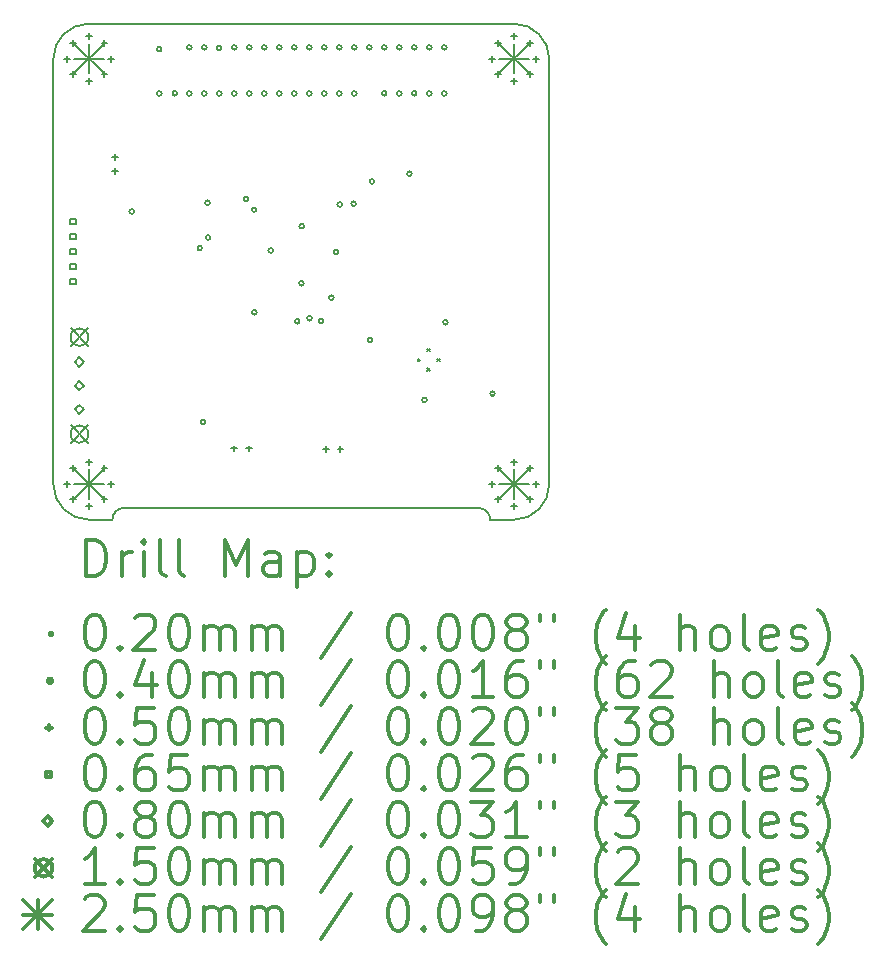
<source format=gbr>
%FSLAX45Y45*%
G04 Gerber Fmt 4.5, Leading zero omitted, Abs format (unit mm)*
G04 Created by KiCad (PCBNEW (5.1.5)-3) date 2020-11-27 02:05:23*
%MOMM*%
%LPD*%
G04 APERTURE LIST*
%TA.AperFunction,Profile*%
%ADD10C,0.150000*%
%TD*%
%ADD11C,0.200000*%
%ADD12C,0.300000*%
G04 APERTURE END LIST*
D10*
X22952540Y-5163820D02*
X22952540Y-8763820D01*
X18752540Y-5163820D02*
X18752540Y-8763820D01*
X22652540Y-9063820D02*
X22452540Y-9063820D01*
X22652540Y-9063820D02*
G75*
G03X22952540Y-8763820I0J300000D01*
G01*
X22452540Y-9063820D02*
G75*
G03X22352540Y-8963820I-100000J0D01*
G01*
X18752540Y-8763820D02*
G75*
G03X19052540Y-9063820I300000J0D01*
G01*
X19352366Y-8963820D02*
G75*
G03X19252540Y-9063820I175J-100000D01*
G01*
X22952540Y-5163820D02*
G75*
G03X22652540Y-4863820I-300000J0D01*
G01*
X19352366Y-8963820D02*
X22352540Y-8963820D01*
X19052016Y-4863821D02*
X22652540Y-4863820D01*
X19052016Y-4863821D02*
G75*
G03X18752540Y-5163820I524J-300000D01*
G01*
X19052540Y-9063820D02*
X19252540Y-9063820D01*
D11*
X21836921Y-7698900D02*
X21856921Y-7718900D01*
X21856921Y-7698900D02*
X21836921Y-7718900D01*
X21920360Y-7615461D02*
X21940360Y-7635461D01*
X21940360Y-7615461D02*
X21920360Y-7635461D01*
X21920360Y-7782339D02*
X21940360Y-7802339D01*
X21940360Y-7782339D02*
X21920360Y-7802339D01*
X22003799Y-7698900D02*
X22023799Y-7718900D01*
X22023799Y-7698900D02*
X22003799Y-7718900D01*
X19435760Y-6454140D02*
G75*
G03X19435760Y-6454140I-20000J0D01*
G01*
X19669440Y-5080000D02*
G75*
G03X19669440Y-5080000I-20000J0D01*
G01*
X19669440Y-5455920D02*
G75*
G03X19669440Y-5455920I-20000J0D01*
G01*
X19801520Y-5453380D02*
G75*
G03X19801520Y-5453380I-20000J0D01*
G01*
X19923440Y-5064760D02*
G75*
G03X19923440Y-5064760I-20000J0D01*
G01*
X19923440Y-5454760D02*
G75*
G03X19923440Y-5454760I-20000J0D01*
G01*
X20012340Y-6764020D02*
G75*
G03X20012340Y-6764020I-20000J0D01*
G01*
X20040280Y-8234680D02*
G75*
G03X20040280Y-8234680I-20000J0D01*
G01*
X20050440Y-5064760D02*
G75*
G03X20050440Y-5064760I-20000J0D01*
G01*
X20050440Y-5454760D02*
G75*
G03X20050440Y-5454760I-20000J0D01*
G01*
X20078380Y-6380480D02*
G75*
G03X20078380Y-6380480I-20000J0D01*
G01*
X20083460Y-6675120D02*
G75*
G03X20083460Y-6675120I-20000J0D01*
G01*
X20177440Y-5069840D02*
G75*
G03X20177440Y-5069840I-20000J0D01*
G01*
X20177440Y-5454760D02*
G75*
G03X20177440Y-5454760I-20000J0D01*
G01*
X20304440Y-5064760D02*
G75*
G03X20304440Y-5064760I-20000J0D01*
G01*
X20304440Y-5454760D02*
G75*
G03X20304440Y-5454760I-20000J0D01*
G01*
X20403500Y-6350000D02*
G75*
G03X20403500Y-6350000I-20000J0D01*
G01*
X20431440Y-5064760D02*
G75*
G03X20431440Y-5064760I-20000J0D01*
G01*
X20431440Y-5454760D02*
G75*
G03X20431440Y-5454760I-20000J0D01*
G01*
X20472080Y-6438900D02*
G75*
G03X20472080Y-6438900I-20000J0D01*
G01*
X20474620Y-7307580D02*
G75*
G03X20474620Y-7307580I-20000J0D01*
G01*
X20558440Y-5064760D02*
G75*
G03X20558440Y-5064760I-20000J0D01*
G01*
X20558440Y-5454760D02*
G75*
G03X20558440Y-5454760I-20000J0D01*
G01*
X20614320Y-6784340D02*
G75*
G03X20614320Y-6784340I-20000J0D01*
G01*
X20685440Y-5064760D02*
G75*
G03X20685440Y-5064760I-20000J0D01*
G01*
X20685440Y-5454760D02*
G75*
G03X20685440Y-5454760I-20000J0D01*
G01*
X20812440Y-5064760D02*
G75*
G03X20812440Y-5064760I-20000J0D01*
G01*
X20812440Y-5454760D02*
G75*
G03X20812440Y-5454760I-20000J0D01*
G01*
X20837840Y-7383780D02*
G75*
G03X20837840Y-7383780I-20000J0D01*
G01*
X20873400Y-7061200D02*
G75*
G03X20873400Y-7061200I-20000J0D01*
G01*
X20875940Y-6578600D02*
G75*
G03X20875940Y-6578600I-20000J0D01*
G01*
X20939440Y-5064760D02*
G75*
G03X20939440Y-5064760I-20000J0D01*
G01*
X20939440Y-5454760D02*
G75*
G03X20939440Y-5454760I-20000J0D01*
G01*
X20941980Y-7358380D02*
G75*
G03X20941980Y-7358380I-20000J0D01*
G01*
X21041040Y-7381240D02*
G75*
G03X21041040Y-7381240I-20000J0D01*
G01*
X21066440Y-5064760D02*
G75*
G03X21066440Y-5064760I-20000J0D01*
G01*
X21066440Y-5454760D02*
G75*
G03X21066440Y-5454760I-20000J0D01*
G01*
X21127400Y-7183120D02*
G75*
G03X21127400Y-7183120I-20000J0D01*
G01*
X21168040Y-6797040D02*
G75*
G03X21168040Y-6797040I-20000J0D01*
G01*
X21193440Y-5064760D02*
G75*
G03X21193440Y-5064760I-20000J0D01*
G01*
X21193440Y-5454760D02*
G75*
G03X21193440Y-5454760I-20000J0D01*
G01*
X21198520Y-6395720D02*
G75*
G03X21198520Y-6395720I-20000J0D01*
G01*
X21315360Y-6388100D02*
G75*
G03X21315360Y-6388100I-20000J0D01*
G01*
X21320440Y-5064760D02*
G75*
G03X21320440Y-5064760I-20000J0D01*
G01*
X21320440Y-5454760D02*
G75*
G03X21320440Y-5454760I-20000J0D01*
G01*
X21447440Y-5064760D02*
G75*
G03X21447440Y-5064760I-20000J0D01*
G01*
X21455060Y-7541260D02*
G75*
G03X21455060Y-7541260I-20000J0D01*
G01*
X21470300Y-6200140D02*
G75*
G03X21470300Y-6200140I-20000J0D01*
G01*
X21574440Y-5064760D02*
G75*
G03X21574440Y-5064760I-20000J0D01*
G01*
X21574440Y-5453380D02*
G75*
G03X21574440Y-5453380I-20000J0D01*
G01*
X21701440Y-5064760D02*
G75*
G03X21701440Y-5064760I-20000J0D01*
G01*
X21701440Y-5454760D02*
G75*
G03X21701440Y-5454760I-20000J0D01*
G01*
X21787800Y-6134100D02*
G75*
G03X21787800Y-6134100I-20000J0D01*
G01*
X21828440Y-5064760D02*
G75*
G03X21828440Y-5064760I-20000J0D01*
G01*
X21828440Y-5453380D02*
G75*
G03X21828440Y-5453380I-20000J0D01*
G01*
X21914800Y-8049260D02*
G75*
G03X21914800Y-8049260I-20000J0D01*
G01*
X21955440Y-5064760D02*
G75*
G03X21955440Y-5064760I-20000J0D01*
G01*
X21955440Y-5454760D02*
G75*
G03X21955440Y-5454760I-20000J0D01*
G01*
X22082440Y-5064760D02*
G75*
G03X22082440Y-5064760I-20000J0D01*
G01*
X22082440Y-5454760D02*
G75*
G03X22082440Y-5454760I-20000J0D01*
G01*
X22092600Y-7391400D02*
G75*
G03X22092600Y-7391400I-20000J0D01*
G01*
X22491380Y-7995920D02*
G75*
G03X22491380Y-7995920I-20000J0D01*
G01*
X22465900Y-5134600D02*
X22465900Y-5184600D01*
X22440900Y-5159600D02*
X22490900Y-5159600D01*
X22520817Y-5002018D02*
X22520817Y-5052018D01*
X22495817Y-5027018D02*
X22545817Y-5027018D01*
X22520817Y-5267183D02*
X22520817Y-5317183D01*
X22495817Y-5292183D02*
X22545817Y-5292183D01*
X22653400Y-4947100D02*
X22653400Y-4997100D01*
X22628400Y-4972100D02*
X22678400Y-4972100D01*
X22653400Y-5322100D02*
X22653400Y-5372100D01*
X22628400Y-5347100D02*
X22678400Y-5347100D01*
X22785982Y-5002018D02*
X22785982Y-5052018D01*
X22760982Y-5027018D02*
X22810982Y-5027018D01*
X22785982Y-5267183D02*
X22785982Y-5317183D01*
X22760982Y-5292183D02*
X22810982Y-5292183D01*
X22840900Y-5134600D02*
X22840900Y-5184600D01*
X22815900Y-5159600D02*
X22865900Y-5159600D01*
X21059140Y-8443360D02*
X21059140Y-8493360D01*
X21034140Y-8468360D02*
X21084140Y-8468360D01*
X21184140Y-8443360D02*
X21184140Y-8493360D01*
X21159140Y-8468360D02*
X21209140Y-8468360D01*
X18865900Y-5134600D02*
X18865900Y-5184600D01*
X18840900Y-5159600D02*
X18890900Y-5159600D01*
X18920818Y-5002018D02*
X18920818Y-5052018D01*
X18895818Y-5027018D02*
X18945818Y-5027018D01*
X18920818Y-5267183D02*
X18920818Y-5317183D01*
X18895818Y-5292183D02*
X18945818Y-5292183D01*
X19053400Y-4947100D02*
X19053400Y-4997100D01*
X19028400Y-4972100D02*
X19078400Y-4972100D01*
X19053400Y-5322100D02*
X19053400Y-5372100D01*
X19028400Y-5347100D02*
X19078400Y-5347100D01*
X19185983Y-5002018D02*
X19185983Y-5052018D01*
X19160983Y-5027018D02*
X19210983Y-5027018D01*
X19185983Y-5267183D02*
X19185983Y-5317183D01*
X19160983Y-5292183D02*
X19210983Y-5292183D01*
X19240900Y-5134600D02*
X19240900Y-5184600D01*
X19215900Y-5159600D02*
X19265900Y-5159600D01*
X22465900Y-8734600D02*
X22465900Y-8784600D01*
X22440900Y-8759600D02*
X22490900Y-8759600D01*
X22520817Y-8602018D02*
X22520817Y-8652018D01*
X22495817Y-8627018D02*
X22545817Y-8627018D01*
X22520817Y-8867183D02*
X22520817Y-8917183D01*
X22495817Y-8892183D02*
X22545817Y-8892183D01*
X22653400Y-8547100D02*
X22653400Y-8597100D01*
X22628400Y-8572100D02*
X22678400Y-8572100D01*
X22653400Y-8922100D02*
X22653400Y-8972100D01*
X22628400Y-8947100D02*
X22678400Y-8947100D01*
X22785982Y-8602018D02*
X22785982Y-8652018D01*
X22760982Y-8627018D02*
X22810982Y-8627018D01*
X22785982Y-8867183D02*
X22785982Y-8917183D01*
X22760982Y-8892183D02*
X22810982Y-8892183D01*
X22840900Y-8734600D02*
X22840900Y-8784600D01*
X22815900Y-8759600D02*
X22865900Y-8759600D01*
X18865900Y-8734600D02*
X18865900Y-8784600D01*
X18840900Y-8759600D02*
X18890900Y-8759600D01*
X18920818Y-8602018D02*
X18920818Y-8652018D01*
X18895818Y-8627018D02*
X18945818Y-8627018D01*
X18920818Y-8867183D02*
X18920818Y-8917183D01*
X18895818Y-8892183D02*
X18945818Y-8892183D01*
X19053400Y-8547100D02*
X19053400Y-8597100D01*
X19028400Y-8572100D02*
X19078400Y-8572100D01*
X19053400Y-8922100D02*
X19053400Y-8972100D01*
X19028400Y-8947100D02*
X19078400Y-8947100D01*
X19185983Y-8602018D02*
X19185983Y-8652018D01*
X19160983Y-8627018D02*
X19210983Y-8627018D01*
X19185983Y-8867183D02*
X19185983Y-8917183D01*
X19160983Y-8892183D02*
X19210983Y-8892183D01*
X19240900Y-8734600D02*
X19240900Y-8784600D01*
X19215900Y-8759600D02*
X19265900Y-8759600D01*
X19276060Y-5964320D02*
X19276060Y-6014320D01*
X19251060Y-5989320D02*
X19301060Y-5989320D01*
X19276060Y-6089320D02*
X19276060Y-6139320D01*
X19251060Y-6114320D02*
X19301060Y-6114320D01*
X20284440Y-8435740D02*
X20284440Y-8485740D01*
X20259440Y-8460740D02*
X20309440Y-8460740D01*
X20409440Y-8435740D02*
X20409440Y-8485740D01*
X20384440Y-8460740D02*
X20434440Y-8460740D01*
X18943441Y-6563481D02*
X18943441Y-6517519D01*
X18897479Y-6517519D01*
X18897479Y-6563481D01*
X18943441Y-6563481D01*
X18943441Y-6690481D02*
X18943441Y-6644519D01*
X18897479Y-6644519D01*
X18897479Y-6690481D01*
X18943441Y-6690481D01*
X18943441Y-6817481D02*
X18943441Y-6771519D01*
X18897479Y-6771519D01*
X18897479Y-6817481D01*
X18943441Y-6817481D01*
X18943441Y-6944481D02*
X18943441Y-6898519D01*
X18897479Y-6898519D01*
X18897479Y-6944481D01*
X18943441Y-6944481D01*
X18943441Y-7071481D02*
X18943441Y-7025519D01*
X18897479Y-7025519D01*
X18897479Y-7071481D01*
X18943441Y-7071481D01*
X18973800Y-7768400D02*
X19013800Y-7728400D01*
X18973800Y-7688400D01*
X18933800Y-7728400D01*
X18973800Y-7768400D01*
X18973800Y-7968400D02*
X19013800Y-7928400D01*
X18973800Y-7888400D01*
X18933800Y-7928400D01*
X18973800Y-7968400D01*
X18973800Y-8168400D02*
X19013800Y-8128400D01*
X18973800Y-8088400D01*
X18933800Y-8128400D01*
X18973800Y-8168400D01*
X18898800Y-7443400D02*
X19048800Y-7593400D01*
X19048800Y-7443400D02*
X18898800Y-7593400D01*
X19048800Y-7518400D02*
G75*
G03X19048800Y-7518400I-75000J0D01*
G01*
X18898800Y-8263400D02*
X19048800Y-8413400D01*
X19048800Y-8263400D02*
X18898800Y-8413400D01*
X19048800Y-8338400D02*
G75*
G03X19048800Y-8338400I-75000J0D01*
G01*
X22528400Y-5034600D02*
X22778400Y-5284600D01*
X22778400Y-5034600D02*
X22528400Y-5284600D01*
X22653400Y-5034600D02*
X22653400Y-5284600D01*
X22528400Y-5159600D02*
X22778400Y-5159600D01*
X18928400Y-5034600D02*
X19178400Y-5284600D01*
X19178400Y-5034600D02*
X18928400Y-5284600D01*
X19053400Y-5034600D02*
X19053400Y-5284600D01*
X18928400Y-5159600D02*
X19178400Y-5159600D01*
X22528400Y-8634600D02*
X22778400Y-8884600D01*
X22778400Y-8634600D02*
X22528400Y-8884600D01*
X22653400Y-8634600D02*
X22653400Y-8884600D01*
X22528400Y-8759600D02*
X22778400Y-8759600D01*
X18928400Y-8634600D02*
X19178400Y-8884600D01*
X19178400Y-8634600D02*
X18928400Y-8884600D01*
X19053400Y-8634600D02*
X19053400Y-8884600D01*
X18928400Y-8759600D02*
X19178400Y-8759600D01*
D12*
X19031468Y-9537034D02*
X19031468Y-9237034D01*
X19102897Y-9237034D01*
X19145754Y-9251320D01*
X19174326Y-9279892D01*
X19188611Y-9308463D01*
X19202897Y-9365606D01*
X19202897Y-9408463D01*
X19188611Y-9465606D01*
X19174326Y-9494177D01*
X19145754Y-9522749D01*
X19102897Y-9537034D01*
X19031468Y-9537034D01*
X19331468Y-9537034D02*
X19331468Y-9337034D01*
X19331468Y-9394177D02*
X19345754Y-9365606D01*
X19360040Y-9351320D01*
X19388611Y-9337034D01*
X19417183Y-9337034D01*
X19517183Y-9537034D02*
X19517183Y-9337034D01*
X19517183Y-9237034D02*
X19502897Y-9251320D01*
X19517183Y-9265606D01*
X19531468Y-9251320D01*
X19517183Y-9237034D01*
X19517183Y-9265606D01*
X19702897Y-9537034D02*
X19674326Y-9522749D01*
X19660040Y-9494177D01*
X19660040Y-9237034D01*
X19860040Y-9537034D02*
X19831468Y-9522749D01*
X19817183Y-9494177D01*
X19817183Y-9237034D01*
X20202897Y-9537034D02*
X20202897Y-9237034D01*
X20302897Y-9451320D01*
X20402897Y-9237034D01*
X20402897Y-9537034D01*
X20674326Y-9537034D02*
X20674326Y-9379892D01*
X20660040Y-9351320D01*
X20631468Y-9337034D01*
X20574326Y-9337034D01*
X20545754Y-9351320D01*
X20674326Y-9522749D02*
X20645754Y-9537034D01*
X20574326Y-9537034D01*
X20545754Y-9522749D01*
X20531468Y-9494177D01*
X20531468Y-9465606D01*
X20545754Y-9437034D01*
X20574326Y-9422749D01*
X20645754Y-9422749D01*
X20674326Y-9408463D01*
X20817183Y-9337034D02*
X20817183Y-9637034D01*
X20817183Y-9351320D02*
X20845754Y-9337034D01*
X20902897Y-9337034D01*
X20931468Y-9351320D01*
X20945754Y-9365606D01*
X20960040Y-9394177D01*
X20960040Y-9479892D01*
X20945754Y-9508463D01*
X20931468Y-9522749D01*
X20902897Y-9537034D01*
X20845754Y-9537034D01*
X20817183Y-9522749D01*
X21088611Y-9508463D02*
X21102897Y-9522749D01*
X21088611Y-9537034D01*
X21074326Y-9522749D01*
X21088611Y-9508463D01*
X21088611Y-9537034D01*
X21088611Y-9351320D02*
X21102897Y-9365606D01*
X21088611Y-9379892D01*
X21074326Y-9365606D01*
X21088611Y-9351320D01*
X21088611Y-9379892D01*
X18725040Y-10021320D02*
X18745040Y-10041320D01*
X18745040Y-10021320D02*
X18725040Y-10041320D01*
X19088611Y-9867034D02*
X19117183Y-9867034D01*
X19145754Y-9881320D01*
X19160040Y-9895606D01*
X19174326Y-9924177D01*
X19188611Y-9981320D01*
X19188611Y-10052749D01*
X19174326Y-10109892D01*
X19160040Y-10138463D01*
X19145754Y-10152749D01*
X19117183Y-10167034D01*
X19088611Y-10167034D01*
X19060040Y-10152749D01*
X19045754Y-10138463D01*
X19031468Y-10109892D01*
X19017183Y-10052749D01*
X19017183Y-9981320D01*
X19031468Y-9924177D01*
X19045754Y-9895606D01*
X19060040Y-9881320D01*
X19088611Y-9867034D01*
X19317183Y-10138463D02*
X19331468Y-10152749D01*
X19317183Y-10167034D01*
X19302897Y-10152749D01*
X19317183Y-10138463D01*
X19317183Y-10167034D01*
X19445754Y-9895606D02*
X19460040Y-9881320D01*
X19488611Y-9867034D01*
X19560040Y-9867034D01*
X19588611Y-9881320D01*
X19602897Y-9895606D01*
X19617183Y-9924177D01*
X19617183Y-9952749D01*
X19602897Y-9995606D01*
X19431468Y-10167034D01*
X19617183Y-10167034D01*
X19802897Y-9867034D02*
X19831468Y-9867034D01*
X19860040Y-9881320D01*
X19874326Y-9895606D01*
X19888611Y-9924177D01*
X19902897Y-9981320D01*
X19902897Y-10052749D01*
X19888611Y-10109892D01*
X19874326Y-10138463D01*
X19860040Y-10152749D01*
X19831468Y-10167034D01*
X19802897Y-10167034D01*
X19774326Y-10152749D01*
X19760040Y-10138463D01*
X19745754Y-10109892D01*
X19731468Y-10052749D01*
X19731468Y-9981320D01*
X19745754Y-9924177D01*
X19760040Y-9895606D01*
X19774326Y-9881320D01*
X19802897Y-9867034D01*
X20031468Y-10167034D02*
X20031468Y-9967034D01*
X20031468Y-9995606D02*
X20045754Y-9981320D01*
X20074326Y-9967034D01*
X20117183Y-9967034D01*
X20145754Y-9981320D01*
X20160040Y-10009892D01*
X20160040Y-10167034D01*
X20160040Y-10009892D02*
X20174326Y-9981320D01*
X20202897Y-9967034D01*
X20245754Y-9967034D01*
X20274326Y-9981320D01*
X20288611Y-10009892D01*
X20288611Y-10167034D01*
X20431468Y-10167034D02*
X20431468Y-9967034D01*
X20431468Y-9995606D02*
X20445754Y-9981320D01*
X20474326Y-9967034D01*
X20517183Y-9967034D01*
X20545754Y-9981320D01*
X20560040Y-10009892D01*
X20560040Y-10167034D01*
X20560040Y-10009892D02*
X20574326Y-9981320D01*
X20602897Y-9967034D01*
X20645754Y-9967034D01*
X20674326Y-9981320D01*
X20688611Y-10009892D01*
X20688611Y-10167034D01*
X21274326Y-9852749D02*
X21017183Y-10238463D01*
X21660040Y-9867034D02*
X21688611Y-9867034D01*
X21717183Y-9881320D01*
X21731468Y-9895606D01*
X21745754Y-9924177D01*
X21760040Y-9981320D01*
X21760040Y-10052749D01*
X21745754Y-10109892D01*
X21731468Y-10138463D01*
X21717183Y-10152749D01*
X21688611Y-10167034D01*
X21660040Y-10167034D01*
X21631468Y-10152749D01*
X21617183Y-10138463D01*
X21602897Y-10109892D01*
X21588611Y-10052749D01*
X21588611Y-9981320D01*
X21602897Y-9924177D01*
X21617183Y-9895606D01*
X21631468Y-9881320D01*
X21660040Y-9867034D01*
X21888611Y-10138463D02*
X21902897Y-10152749D01*
X21888611Y-10167034D01*
X21874326Y-10152749D01*
X21888611Y-10138463D01*
X21888611Y-10167034D01*
X22088611Y-9867034D02*
X22117183Y-9867034D01*
X22145754Y-9881320D01*
X22160040Y-9895606D01*
X22174326Y-9924177D01*
X22188611Y-9981320D01*
X22188611Y-10052749D01*
X22174326Y-10109892D01*
X22160040Y-10138463D01*
X22145754Y-10152749D01*
X22117183Y-10167034D01*
X22088611Y-10167034D01*
X22060040Y-10152749D01*
X22045754Y-10138463D01*
X22031468Y-10109892D01*
X22017183Y-10052749D01*
X22017183Y-9981320D01*
X22031468Y-9924177D01*
X22045754Y-9895606D01*
X22060040Y-9881320D01*
X22088611Y-9867034D01*
X22374326Y-9867034D02*
X22402897Y-9867034D01*
X22431468Y-9881320D01*
X22445754Y-9895606D01*
X22460040Y-9924177D01*
X22474326Y-9981320D01*
X22474326Y-10052749D01*
X22460040Y-10109892D01*
X22445754Y-10138463D01*
X22431468Y-10152749D01*
X22402897Y-10167034D01*
X22374326Y-10167034D01*
X22345754Y-10152749D01*
X22331468Y-10138463D01*
X22317183Y-10109892D01*
X22302897Y-10052749D01*
X22302897Y-9981320D01*
X22317183Y-9924177D01*
X22331468Y-9895606D01*
X22345754Y-9881320D01*
X22374326Y-9867034D01*
X22645754Y-9995606D02*
X22617183Y-9981320D01*
X22602897Y-9967034D01*
X22588611Y-9938463D01*
X22588611Y-9924177D01*
X22602897Y-9895606D01*
X22617183Y-9881320D01*
X22645754Y-9867034D01*
X22702897Y-9867034D01*
X22731468Y-9881320D01*
X22745754Y-9895606D01*
X22760040Y-9924177D01*
X22760040Y-9938463D01*
X22745754Y-9967034D01*
X22731468Y-9981320D01*
X22702897Y-9995606D01*
X22645754Y-9995606D01*
X22617183Y-10009892D01*
X22602897Y-10024177D01*
X22588611Y-10052749D01*
X22588611Y-10109892D01*
X22602897Y-10138463D01*
X22617183Y-10152749D01*
X22645754Y-10167034D01*
X22702897Y-10167034D01*
X22731468Y-10152749D01*
X22745754Y-10138463D01*
X22760040Y-10109892D01*
X22760040Y-10052749D01*
X22745754Y-10024177D01*
X22731468Y-10009892D01*
X22702897Y-9995606D01*
X22874326Y-9867034D02*
X22874326Y-9924177D01*
X22988611Y-9867034D02*
X22988611Y-9924177D01*
X23431468Y-10281320D02*
X23417183Y-10267034D01*
X23388611Y-10224177D01*
X23374326Y-10195606D01*
X23360040Y-10152749D01*
X23345754Y-10081320D01*
X23345754Y-10024177D01*
X23360040Y-9952749D01*
X23374326Y-9909892D01*
X23388611Y-9881320D01*
X23417183Y-9838463D01*
X23431468Y-9824177D01*
X23674326Y-9967034D02*
X23674326Y-10167034D01*
X23602897Y-9852749D02*
X23531468Y-10067034D01*
X23717183Y-10067034D01*
X24060040Y-10167034D02*
X24060040Y-9867034D01*
X24188611Y-10167034D02*
X24188611Y-10009892D01*
X24174326Y-9981320D01*
X24145754Y-9967034D01*
X24102897Y-9967034D01*
X24074326Y-9981320D01*
X24060040Y-9995606D01*
X24374326Y-10167034D02*
X24345754Y-10152749D01*
X24331468Y-10138463D01*
X24317183Y-10109892D01*
X24317183Y-10024177D01*
X24331468Y-9995606D01*
X24345754Y-9981320D01*
X24374326Y-9967034D01*
X24417183Y-9967034D01*
X24445754Y-9981320D01*
X24460040Y-9995606D01*
X24474326Y-10024177D01*
X24474326Y-10109892D01*
X24460040Y-10138463D01*
X24445754Y-10152749D01*
X24417183Y-10167034D01*
X24374326Y-10167034D01*
X24645754Y-10167034D02*
X24617183Y-10152749D01*
X24602897Y-10124177D01*
X24602897Y-9867034D01*
X24874326Y-10152749D02*
X24845754Y-10167034D01*
X24788611Y-10167034D01*
X24760040Y-10152749D01*
X24745754Y-10124177D01*
X24745754Y-10009892D01*
X24760040Y-9981320D01*
X24788611Y-9967034D01*
X24845754Y-9967034D01*
X24874326Y-9981320D01*
X24888611Y-10009892D01*
X24888611Y-10038463D01*
X24745754Y-10067034D01*
X25002897Y-10152749D02*
X25031468Y-10167034D01*
X25088611Y-10167034D01*
X25117183Y-10152749D01*
X25131468Y-10124177D01*
X25131468Y-10109892D01*
X25117183Y-10081320D01*
X25088611Y-10067034D01*
X25045754Y-10067034D01*
X25017183Y-10052749D01*
X25002897Y-10024177D01*
X25002897Y-10009892D01*
X25017183Y-9981320D01*
X25045754Y-9967034D01*
X25088611Y-9967034D01*
X25117183Y-9981320D01*
X25231468Y-10281320D02*
X25245754Y-10267034D01*
X25274326Y-10224177D01*
X25288611Y-10195606D01*
X25302897Y-10152749D01*
X25317183Y-10081320D01*
X25317183Y-10024177D01*
X25302897Y-9952749D01*
X25288611Y-9909892D01*
X25274326Y-9881320D01*
X25245754Y-9838463D01*
X25231468Y-9824177D01*
X18745040Y-10427320D02*
G75*
G03X18745040Y-10427320I-20000J0D01*
G01*
X19088611Y-10263034D02*
X19117183Y-10263034D01*
X19145754Y-10277320D01*
X19160040Y-10291606D01*
X19174326Y-10320177D01*
X19188611Y-10377320D01*
X19188611Y-10448749D01*
X19174326Y-10505892D01*
X19160040Y-10534463D01*
X19145754Y-10548749D01*
X19117183Y-10563034D01*
X19088611Y-10563034D01*
X19060040Y-10548749D01*
X19045754Y-10534463D01*
X19031468Y-10505892D01*
X19017183Y-10448749D01*
X19017183Y-10377320D01*
X19031468Y-10320177D01*
X19045754Y-10291606D01*
X19060040Y-10277320D01*
X19088611Y-10263034D01*
X19317183Y-10534463D02*
X19331468Y-10548749D01*
X19317183Y-10563034D01*
X19302897Y-10548749D01*
X19317183Y-10534463D01*
X19317183Y-10563034D01*
X19588611Y-10363034D02*
X19588611Y-10563034D01*
X19517183Y-10248749D02*
X19445754Y-10463034D01*
X19631468Y-10463034D01*
X19802897Y-10263034D02*
X19831468Y-10263034D01*
X19860040Y-10277320D01*
X19874326Y-10291606D01*
X19888611Y-10320177D01*
X19902897Y-10377320D01*
X19902897Y-10448749D01*
X19888611Y-10505892D01*
X19874326Y-10534463D01*
X19860040Y-10548749D01*
X19831468Y-10563034D01*
X19802897Y-10563034D01*
X19774326Y-10548749D01*
X19760040Y-10534463D01*
X19745754Y-10505892D01*
X19731468Y-10448749D01*
X19731468Y-10377320D01*
X19745754Y-10320177D01*
X19760040Y-10291606D01*
X19774326Y-10277320D01*
X19802897Y-10263034D01*
X20031468Y-10563034D02*
X20031468Y-10363034D01*
X20031468Y-10391606D02*
X20045754Y-10377320D01*
X20074326Y-10363034D01*
X20117183Y-10363034D01*
X20145754Y-10377320D01*
X20160040Y-10405892D01*
X20160040Y-10563034D01*
X20160040Y-10405892D02*
X20174326Y-10377320D01*
X20202897Y-10363034D01*
X20245754Y-10363034D01*
X20274326Y-10377320D01*
X20288611Y-10405892D01*
X20288611Y-10563034D01*
X20431468Y-10563034D02*
X20431468Y-10363034D01*
X20431468Y-10391606D02*
X20445754Y-10377320D01*
X20474326Y-10363034D01*
X20517183Y-10363034D01*
X20545754Y-10377320D01*
X20560040Y-10405892D01*
X20560040Y-10563034D01*
X20560040Y-10405892D02*
X20574326Y-10377320D01*
X20602897Y-10363034D01*
X20645754Y-10363034D01*
X20674326Y-10377320D01*
X20688611Y-10405892D01*
X20688611Y-10563034D01*
X21274326Y-10248749D02*
X21017183Y-10634463D01*
X21660040Y-10263034D02*
X21688611Y-10263034D01*
X21717183Y-10277320D01*
X21731468Y-10291606D01*
X21745754Y-10320177D01*
X21760040Y-10377320D01*
X21760040Y-10448749D01*
X21745754Y-10505892D01*
X21731468Y-10534463D01*
X21717183Y-10548749D01*
X21688611Y-10563034D01*
X21660040Y-10563034D01*
X21631468Y-10548749D01*
X21617183Y-10534463D01*
X21602897Y-10505892D01*
X21588611Y-10448749D01*
X21588611Y-10377320D01*
X21602897Y-10320177D01*
X21617183Y-10291606D01*
X21631468Y-10277320D01*
X21660040Y-10263034D01*
X21888611Y-10534463D02*
X21902897Y-10548749D01*
X21888611Y-10563034D01*
X21874326Y-10548749D01*
X21888611Y-10534463D01*
X21888611Y-10563034D01*
X22088611Y-10263034D02*
X22117183Y-10263034D01*
X22145754Y-10277320D01*
X22160040Y-10291606D01*
X22174326Y-10320177D01*
X22188611Y-10377320D01*
X22188611Y-10448749D01*
X22174326Y-10505892D01*
X22160040Y-10534463D01*
X22145754Y-10548749D01*
X22117183Y-10563034D01*
X22088611Y-10563034D01*
X22060040Y-10548749D01*
X22045754Y-10534463D01*
X22031468Y-10505892D01*
X22017183Y-10448749D01*
X22017183Y-10377320D01*
X22031468Y-10320177D01*
X22045754Y-10291606D01*
X22060040Y-10277320D01*
X22088611Y-10263034D01*
X22474326Y-10563034D02*
X22302897Y-10563034D01*
X22388611Y-10563034D02*
X22388611Y-10263034D01*
X22360040Y-10305892D01*
X22331468Y-10334463D01*
X22302897Y-10348749D01*
X22731468Y-10263034D02*
X22674326Y-10263034D01*
X22645754Y-10277320D01*
X22631468Y-10291606D01*
X22602897Y-10334463D01*
X22588611Y-10391606D01*
X22588611Y-10505892D01*
X22602897Y-10534463D01*
X22617183Y-10548749D01*
X22645754Y-10563034D01*
X22702897Y-10563034D01*
X22731468Y-10548749D01*
X22745754Y-10534463D01*
X22760040Y-10505892D01*
X22760040Y-10434463D01*
X22745754Y-10405892D01*
X22731468Y-10391606D01*
X22702897Y-10377320D01*
X22645754Y-10377320D01*
X22617183Y-10391606D01*
X22602897Y-10405892D01*
X22588611Y-10434463D01*
X22874326Y-10263034D02*
X22874326Y-10320177D01*
X22988611Y-10263034D02*
X22988611Y-10320177D01*
X23431468Y-10677320D02*
X23417183Y-10663034D01*
X23388611Y-10620177D01*
X23374326Y-10591606D01*
X23360040Y-10548749D01*
X23345754Y-10477320D01*
X23345754Y-10420177D01*
X23360040Y-10348749D01*
X23374326Y-10305892D01*
X23388611Y-10277320D01*
X23417183Y-10234463D01*
X23431468Y-10220177D01*
X23674326Y-10263034D02*
X23617183Y-10263034D01*
X23588611Y-10277320D01*
X23574326Y-10291606D01*
X23545754Y-10334463D01*
X23531468Y-10391606D01*
X23531468Y-10505892D01*
X23545754Y-10534463D01*
X23560040Y-10548749D01*
X23588611Y-10563034D01*
X23645754Y-10563034D01*
X23674326Y-10548749D01*
X23688611Y-10534463D01*
X23702897Y-10505892D01*
X23702897Y-10434463D01*
X23688611Y-10405892D01*
X23674326Y-10391606D01*
X23645754Y-10377320D01*
X23588611Y-10377320D01*
X23560040Y-10391606D01*
X23545754Y-10405892D01*
X23531468Y-10434463D01*
X23817183Y-10291606D02*
X23831468Y-10277320D01*
X23860040Y-10263034D01*
X23931468Y-10263034D01*
X23960040Y-10277320D01*
X23974326Y-10291606D01*
X23988611Y-10320177D01*
X23988611Y-10348749D01*
X23974326Y-10391606D01*
X23802897Y-10563034D01*
X23988611Y-10563034D01*
X24345754Y-10563034D02*
X24345754Y-10263034D01*
X24474326Y-10563034D02*
X24474326Y-10405892D01*
X24460040Y-10377320D01*
X24431468Y-10363034D01*
X24388611Y-10363034D01*
X24360040Y-10377320D01*
X24345754Y-10391606D01*
X24660040Y-10563034D02*
X24631468Y-10548749D01*
X24617183Y-10534463D01*
X24602897Y-10505892D01*
X24602897Y-10420177D01*
X24617183Y-10391606D01*
X24631468Y-10377320D01*
X24660040Y-10363034D01*
X24702897Y-10363034D01*
X24731468Y-10377320D01*
X24745754Y-10391606D01*
X24760040Y-10420177D01*
X24760040Y-10505892D01*
X24745754Y-10534463D01*
X24731468Y-10548749D01*
X24702897Y-10563034D01*
X24660040Y-10563034D01*
X24931468Y-10563034D02*
X24902897Y-10548749D01*
X24888611Y-10520177D01*
X24888611Y-10263034D01*
X25160040Y-10548749D02*
X25131468Y-10563034D01*
X25074326Y-10563034D01*
X25045754Y-10548749D01*
X25031468Y-10520177D01*
X25031468Y-10405892D01*
X25045754Y-10377320D01*
X25074326Y-10363034D01*
X25131468Y-10363034D01*
X25160040Y-10377320D01*
X25174326Y-10405892D01*
X25174326Y-10434463D01*
X25031468Y-10463034D01*
X25288611Y-10548749D02*
X25317183Y-10563034D01*
X25374326Y-10563034D01*
X25402897Y-10548749D01*
X25417183Y-10520177D01*
X25417183Y-10505892D01*
X25402897Y-10477320D01*
X25374326Y-10463034D01*
X25331468Y-10463034D01*
X25302897Y-10448749D01*
X25288611Y-10420177D01*
X25288611Y-10405892D01*
X25302897Y-10377320D01*
X25331468Y-10363034D01*
X25374326Y-10363034D01*
X25402897Y-10377320D01*
X25517183Y-10677320D02*
X25531468Y-10663034D01*
X25560040Y-10620177D01*
X25574326Y-10591606D01*
X25588611Y-10548749D01*
X25602897Y-10477320D01*
X25602897Y-10420177D01*
X25588611Y-10348749D01*
X25574326Y-10305892D01*
X25560040Y-10277320D01*
X25531468Y-10234463D01*
X25517183Y-10220177D01*
X18720040Y-10798320D02*
X18720040Y-10848320D01*
X18695040Y-10823320D02*
X18745040Y-10823320D01*
X19088611Y-10659034D02*
X19117183Y-10659034D01*
X19145754Y-10673320D01*
X19160040Y-10687606D01*
X19174326Y-10716177D01*
X19188611Y-10773320D01*
X19188611Y-10844749D01*
X19174326Y-10901892D01*
X19160040Y-10930463D01*
X19145754Y-10944749D01*
X19117183Y-10959034D01*
X19088611Y-10959034D01*
X19060040Y-10944749D01*
X19045754Y-10930463D01*
X19031468Y-10901892D01*
X19017183Y-10844749D01*
X19017183Y-10773320D01*
X19031468Y-10716177D01*
X19045754Y-10687606D01*
X19060040Y-10673320D01*
X19088611Y-10659034D01*
X19317183Y-10930463D02*
X19331468Y-10944749D01*
X19317183Y-10959034D01*
X19302897Y-10944749D01*
X19317183Y-10930463D01*
X19317183Y-10959034D01*
X19602897Y-10659034D02*
X19460040Y-10659034D01*
X19445754Y-10801892D01*
X19460040Y-10787606D01*
X19488611Y-10773320D01*
X19560040Y-10773320D01*
X19588611Y-10787606D01*
X19602897Y-10801892D01*
X19617183Y-10830463D01*
X19617183Y-10901892D01*
X19602897Y-10930463D01*
X19588611Y-10944749D01*
X19560040Y-10959034D01*
X19488611Y-10959034D01*
X19460040Y-10944749D01*
X19445754Y-10930463D01*
X19802897Y-10659034D02*
X19831468Y-10659034D01*
X19860040Y-10673320D01*
X19874326Y-10687606D01*
X19888611Y-10716177D01*
X19902897Y-10773320D01*
X19902897Y-10844749D01*
X19888611Y-10901892D01*
X19874326Y-10930463D01*
X19860040Y-10944749D01*
X19831468Y-10959034D01*
X19802897Y-10959034D01*
X19774326Y-10944749D01*
X19760040Y-10930463D01*
X19745754Y-10901892D01*
X19731468Y-10844749D01*
X19731468Y-10773320D01*
X19745754Y-10716177D01*
X19760040Y-10687606D01*
X19774326Y-10673320D01*
X19802897Y-10659034D01*
X20031468Y-10959034D02*
X20031468Y-10759034D01*
X20031468Y-10787606D02*
X20045754Y-10773320D01*
X20074326Y-10759034D01*
X20117183Y-10759034D01*
X20145754Y-10773320D01*
X20160040Y-10801892D01*
X20160040Y-10959034D01*
X20160040Y-10801892D02*
X20174326Y-10773320D01*
X20202897Y-10759034D01*
X20245754Y-10759034D01*
X20274326Y-10773320D01*
X20288611Y-10801892D01*
X20288611Y-10959034D01*
X20431468Y-10959034D02*
X20431468Y-10759034D01*
X20431468Y-10787606D02*
X20445754Y-10773320D01*
X20474326Y-10759034D01*
X20517183Y-10759034D01*
X20545754Y-10773320D01*
X20560040Y-10801892D01*
X20560040Y-10959034D01*
X20560040Y-10801892D02*
X20574326Y-10773320D01*
X20602897Y-10759034D01*
X20645754Y-10759034D01*
X20674326Y-10773320D01*
X20688611Y-10801892D01*
X20688611Y-10959034D01*
X21274326Y-10644749D02*
X21017183Y-11030463D01*
X21660040Y-10659034D02*
X21688611Y-10659034D01*
X21717183Y-10673320D01*
X21731468Y-10687606D01*
X21745754Y-10716177D01*
X21760040Y-10773320D01*
X21760040Y-10844749D01*
X21745754Y-10901892D01*
X21731468Y-10930463D01*
X21717183Y-10944749D01*
X21688611Y-10959034D01*
X21660040Y-10959034D01*
X21631468Y-10944749D01*
X21617183Y-10930463D01*
X21602897Y-10901892D01*
X21588611Y-10844749D01*
X21588611Y-10773320D01*
X21602897Y-10716177D01*
X21617183Y-10687606D01*
X21631468Y-10673320D01*
X21660040Y-10659034D01*
X21888611Y-10930463D02*
X21902897Y-10944749D01*
X21888611Y-10959034D01*
X21874326Y-10944749D01*
X21888611Y-10930463D01*
X21888611Y-10959034D01*
X22088611Y-10659034D02*
X22117183Y-10659034D01*
X22145754Y-10673320D01*
X22160040Y-10687606D01*
X22174326Y-10716177D01*
X22188611Y-10773320D01*
X22188611Y-10844749D01*
X22174326Y-10901892D01*
X22160040Y-10930463D01*
X22145754Y-10944749D01*
X22117183Y-10959034D01*
X22088611Y-10959034D01*
X22060040Y-10944749D01*
X22045754Y-10930463D01*
X22031468Y-10901892D01*
X22017183Y-10844749D01*
X22017183Y-10773320D01*
X22031468Y-10716177D01*
X22045754Y-10687606D01*
X22060040Y-10673320D01*
X22088611Y-10659034D01*
X22302897Y-10687606D02*
X22317183Y-10673320D01*
X22345754Y-10659034D01*
X22417183Y-10659034D01*
X22445754Y-10673320D01*
X22460040Y-10687606D01*
X22474326Y-10716177D01*
X22474326Y-10744749D01*
X22460040Y-10787606D01*
X22288611Y-10959034D01*
X22474326Y-10959034D01*
X22660040Y-10659034D02*
X22688611Y-10659034D01*
X22717183Y-10673320D01*
X22731468Y-10687606D01*
X22745754Y-10716177D01*
X22760040Y-10773320D01*
X22760040Y-10844749D01*
X22745754Y-10901892D01*
X22731468Y-10930463D01*
X22717183Y-10944749D01*
X22688611Y-10959034D01*
X22660040Y-10959034D01*
X22631468Y-10944749D01*
X22617183Y-10930463D01*
X22602897Y-10901892D01*
X22588611Y-10844749D01*
X22588611Y-10773320D01*
X22602897Y-10716177D01*
X22617183Y-10687606D01*
X22631468Y-10673320D01*
X22660040Y-10659034D01*
X22874326Y-10659034D02*
X22874326Y-10716177D01*
X22988611Y-10659034D02*
X22988611Y-10716177D01*
X23431468Y-11073320D02*
X23417183Y-11059034D01*
X23388611Y-11016177D01*
X23374326Y-10987606D01*
X23360040Y-10944749D01*
X23345754Y-10873320D01*
X23345754Y-10816177D01*
X23360040Y-10744749D01*
X23374326Y-10701892D01*
X23388611Y-10673320D01*
X23417183Y-10630463D01*
X23431468Y-10616177D01*
X23517183Y-10659034D02*
X23702897Y-10659034D01*
X23602897Y-10773320D01*
X23645754Y-10773320D01*
X23674326Y-10787606D01*
X23688611Y-10801892D01*
X23702897Y-10830463D01*
X23702897Y-10901892D01*
X23688611Y-10930463D01*
X23674326Y-10944749D01*
X23645754Y-10959034D01*
X23560040Y-10959034D01*
X23531468Y-10944749D01*
X23517183Y-10930463D01*
X23874326Y-10787606D02*
X23845754Y-10773320D01*
X23831468Y-10759034D01*
X23817183Y-10730463D01*
X23817183Y-10716177D01*
X23831468Y-10687606D01*
X23845754Y-10673320D01*
X23874326Y-10659034D01*
X23931468Y-10659034D01*
X23960040Y-10673320D01*
X23974326Y-10687606D01*
X23988611Y-10716177D01*
X23988611Y-10730463D01*
X23974326Y-10759034D01*
X23960040Y-10773320D01*
X23931468Y-10787606D01*
X23874326Y-10787606D01*
X23845754Y-10801892D01*
X23831468Y-10816177D01*
X23817183Y-10844749D01*
X23817183Y-10901892D01*
X23831468Y-10930463D01*
X23845754Y-10944749D01*
X23874326Y-10959034D01*
X23931468Y-10959034D01*
X23960040Y-10944749D01*
X23974326Y-10930463D01*
X23988611Y-10901892D01*
X23988611Y-10844749D01*
X23974326Y-10816177D01*
X23960040Y-10801892D01*
X23931468Y-10787606D01*
X24345754Y-10959034D02*
X24345754Y-10659034D01*
X24474326Y-10959034D02*
X24474326Y-10801892D01*
X24460040Y-10773320D01*
X24431468Y-10759034D01*
X24388611Y-10759034D01*
X24360040Y-10773320D01*
X24345754Y-10787606D01*
X24660040Y-10959034D02*
X24631468Y-10944749D01*
X24617183Y-10930463D01*
X24602897Y-10901892D01*
X24602897Y-10816177D01*
X24617183Y-10787606D01*
X24631468Y-10773320D01*
X24660040Y-10759034D01*
X24702897Y-10759034D01*
X24731468Y-10773320D01*
X24745754Y-10787606D01*
X24760040Y-10816177D01*
X24760040Y-10901892D01*
X24745754Y-10930463D01*
X24731468Y-10944749D01*
X24702897Y-10959034D01*
X24660040Y-10959034D01*
X24931468Y-10959034D02*
X24902897Y-10944749D01*
X24888611Y-10916177D01*
X24888611Y-10659034D01*
X25160040Y-10944749D02*
X25131468Y-10959034D01*
X25074326Y-10959034D01*
X25045754Y-10944749D01*
X25031468Y-10916177D01*
X25031468Y-10801892D01*
X25045754Y-10773320D01*
X25074326Y-10759034D01*
X25131468Y-10759034D01*
X25160040Y-10773320D01*
X25174326Y-10801892D01*
X25174326Y-10830463D01*
X25031468Y-10859034D01*
X25288611Y-10944749D02*
X25317183Y-10959034D01*
X25374326Y-10959034D01*
X25402897Y-10944749D01*
X25417183Y-10916177D01*
X25417183Y-10901892D01*
X25402897Y-10873320D01*
X25374326Y-10859034D01*
X25331468Y-10859034D01*
X25302897Y-10844749D01*
X25288611Y-10816177D01*
X25288611Y-10801892D01*
X25302897Y-10773320D01*
X25331468Y-10759034D01*
X25374326Y-10759034D01*
X25402897Y-10773320D01*
X25517183Y-11073320D02*
X25531468Y-11059034D01*
X25560040Y-11016177D01*
X25574326Y-10987606D01*
X25588611Y-10944749D01*
X25602897Y-10873320D01*
X25602897Y-10816177D01*
X25588611Y-10744749D01*
X25574326Y-10701892D01*
X25560040Y-10673320D01*
X25531468Y-10630463D01*
X25517183Y-10616177D01*
X18735521Y-11242301D02*
X18735521Y-11196339D01*
X18689559Y-11196339D01*
X18689559Y-11242301D01*
X18735521Y-11242301D01*
X19088611Y-11055034D02*
X19117183Y-11055034D01*
X19145754Y-11069320D01*
X19160040Y-11083606D01*
X19174326Y-11112177D01*
X19188611Y-11169320D01*
X19188611Y-11240749D01*
X19174326Y-11297891D01*
X19160040Y-11326463D01*
X19145754Y-11340749D01*
X19117183Y-11355034D01*
X19088611Y-11355034D01*
X19060040Y-11340749D01*
X19045754Y-11326463D01*
X19031468Y-11297891D01*
X19017183Y-11240749D01*
X19017183Y-11169320D01*
X19031468Y-11112177D01*
X19045754Y-11083606D01*
X19060040Y-11069320D01*
X19088611Y-11055034D01*
X19317183Y-11326463D02*
X19331468Y-11340749D01*
X19317183Y-11355034D01*
X19302897Y-11340749D01*
X19317183Y-11326463D01*
X19317183Y-11355034D01*
X19588611Y-11055034D02*
X19531468Y-11055034D01*
X19502897Y-11069320D01*
X19488611Y-11083606D01*
X19460040Y-11126463D01*
X19445754Y-11183606D01*
X19445754Y-11297891D01*
X19460040Y-11326463D01*
X19474326Y-11340749D01*
X19502897Y-11355034D01*
X19560040Y-11355034D01*
X19588611Y-11340749D01*
X19602897Y-11326463D01*
X19617183Y-11297891D01*
X19617183Y-11226463D01*
X19602897Y-11197891D01*
X19588611Y-11183606D01*
X19560040Y-11169320D01*
X19502897Y-11169320D01*
X19474326Y-11183606D01*
X19460040Y-11197891D01*
X19445754Y-11226463D01*
X19888611Y-11055034D02*
X19745754Y-11055034D01*
X19731468Y-11197891D01*
X19745754Y-11183606D01*
X19774326Y-11169320D01*
X19845754Y-11169320D01*
X19874326Y-11183606D01*
X19888611Y-11197891D01*
X19902897Y-11226463D01*
X19902897Y-11297891D01*
X19888611Y-11326463D01*
X19874326Y-11340749D01*
X19845754Y-11355034D01*
X19774326Y-11355034D01*
X19745754Y-11340749D01*
X19731468Y-11326463D01*
X20031468Y-11355034D02*
X20031468Y-11155034D01*
X20031468Y-11183606D02*
X20045754Y-11169320D01*
X20074326Y-11155034D01*
X20117183Y-11155034D01*
X20145754Y-11169320D01*
X20160040Y-11197891D01*
X20160040Y-11355034D01*
X20160040Y-11197891D02*
X20174326Y-11169320D01*
X20202897Y-11155034D01*
X20245754Y-11155034D01*
X20274326Y-11169320D01*
X20288611Y-11197891D01*
X20288611Y-11355034D01*
X20431468Y-11355034D02*
X20431468Y-11155034D01*
X20431468Y-11183606D02*
X20445754Y-11169320D01*
X20474326Y-11155034D01*
X20517183Y-11155034D01*
X20545754Y-11169320D01*
X20560040Y-11197891D01*
X20560040Y-11355034D01*
X20560040Y-11197891D02*
X20574326Y-11169320D01*
X20602897Y-11155034D01*
X20645754Y-11155034D01*
X20674326Y-11169320D01*
X20688611Y-11197891D01*
X20688611Y-11355034D01*
X21274326Y-11040749D02*
X21017183Y-11426463D01*
X21660040Y-11055034D02*
X21688611Y-11055034D01*
X21717183Y-11069320D01*
X21731468Y-11083606D01*
X21745754Y-11112177D01*
X21760040Y-11169320D01*
X21760040Y-11240749D01*
X21745754Y-11297891D01*
X21731468Y-11326463D01*
X21717183Y-11340749D01*
X21688611Y-11355034D01*
X21660040Y-11355034D01*
X21631468Y-11340749D01*
X21617183Y-11326463D01*
X21602897Y-11297891D01*
X21588611Y-11240749D01*
X21588611Y-11169320D01*
X21602897Y-11112177D01*
X21617183Y-11083606D01*
X21631468Y-11069320D01*
X21660040Y-11055034D01*
X21888611Y-11326463D02*
X21902897Y-11340749D01*
X21888611Y-11355034D01*
X21874326Y-11340749D01*
X21888611Y-11326463D01*
X21888611Y-11355034D01*
X22088611Y-11055034D02*
X22117183Y-11055034D01*
X22145754Y-11069320D01*
X22160040Y-11083606D01*
X22174326Y-11112177D01*
X22188611Y-11169320D01*
X22188611Y-11240749D01*
X22174326Y-11297891D01*
X22160040Y-11326463D01*
X22145754Y-11340749D01*
X22117183Y-11355034D01*
X22088611Y-11355034D01*
X22060040Y-11340749D01*
X22045754Y-11326463D01*
X22031468Y-11297891D01*
X22017183Y-11240749D01*
X22017183Y-11169320D01*
X22031468Y-11112177D01*
X22045754Y-11083606D01*
X22060040Y-11069320D01*
X22088611Y-11055034D01*
X22302897Y-11083606D02*
X22317183Y-11069320D01*
X22345754Y-11055034D01*
X22417183Y-11055034D01*
X22445754Y-11069320D01*
X22460040Y-11083606D01*
X22474326Y-11112177D01*
X22474326Y-11140749D01*
X22460040Y-11183606D01*
X22288611Y-11355034D01*
X22474326Y-11355034D01*
X22731468Y-11055034D02*
X22674326Y-11055034D01*
X22645754Y-11069320D01*
X22631468Y-11083606D01*
X22602897Y-11126463D01*
X22588611Y-11183606D01*
X22588611Y-11297891D01*
X22602897Y-11326463D01*
X22617183Y-11340749D01*
X22645754Y-11355034D01*
X22702897Y-11355034D01*
X22731468Y-11340749D01*
X22745754Y-11326463D01*
X22760040Y-11297891D01*
X22760040Y-11226463D01*
X22745754Y-11197891D01*
X22731468Y-11183606D01*
X22702897Y-11169320D01*
X22645754Y-11169320D01*
X22617183Y-11183606D01*
X22602897Y-11197891D01*
X22588611Y-11226463D01*
X22874326Y-11055034D02*
X22874326Y-11112177D01*
X22988611Y-11055034D02*
X22988611Y-11112177D01*
X23431468Y-11469320D02*
X23417183Y-11455034D01*
X23388611Y-11412177D01*
X23374326Y-11383606D01*
X23360040Y-11340749D01*
X23345754Y-11269320D01*
X23345754Y-11212177D01*
X23360040Y-11140749D01*
X23374326Y-11097892D01*
X23388611Y-11069320D01*
X23417183Y-11026463D01*
X23431468Y-11012177D01*
X23688611Y-11055034D02*
X23545754Y-11055034D01*
X23531468Y-11197891D01*
X23545754Y-11183606D01*
X23574326Y-11169320D01*
X23645754Y-11169320D01*
X23674326Y-11183606D01*
X23688611Y-11197891D01*
X23702897Y-11226463D01*
X23702897Y-11297891D01*
X23688611Y-11326463D01*
X23674326Y-11340749D01*
X23645754Y-11355034D01*
X23574326Y-11355034D01*
X23545754Y-11340749D01*
X23531468Y-11326463D01*
X24060040Y-11355034D02*
X24060040Y-11055034D01*
X24188611Y-11355034D02*
X24188611Y-11197891D01*
X24174326Y-11169320D01*
X24145754Y-11155034D01*
X24102897Y-11155034D01*
X24074326Y-11169320D01*
X24060040Y-11183606D01*
X24374326Y-11355034D02*
X24345754Y-11340749D01*
X24331468Y-11326463D01*
X24317183Y-11297891D01*
X24317183Y-11212177D01*
X24331468Y-11183606D01*
X24345754Y-11169320D01*
X24374326Y-11155034D01*
X24417183Y-11155034D01*
X24445754Y-11169320D01*
X24460040Y-11183606D01*
X24474326Y-11212177D01*
X24474326Y-11297891D01*
X24460040Y-11326463D01*
X24445754Y-11340749D01*
X24417183Y-11355034D01*
X24374326Y-11355034D01*
X24645754Y-11355034D02*
X24617183Y-11340749D01*
X24602897Y-11312177D01*
X24602897Y-11055034D01*
X24874326Y-11340749D02*
X24845754Y-11355034D01*
X24788611Y-11355034D01*
X24760040Y-11340749D01*
X24745754Y-11312177D01*
X24745754Y-11197891D01*
X24760040Y-11169320D01*
X24788611Y-11155034D01*
X24845754Y-11155034D01*
X24874326Y-11169320D01*
X24888611Y-11197891D01*
X24888611Y-11226463D01*
X24745754Y-11255034D01*
X25002897Y-11340749D02*
X25031468Y-11355034D01*
X25088611Y-11355034D01*
X25117183Y-11340749D01*
X25131468Y-11312177D01*
X25131468Y-11297891D01*
X25117183Y-11269320D01*
X25088611Y-11255034D01*
X25045754Y-11255034D01*
X25017183Y-11240749D01*
X25002897Y-11212177D01*
X25002897Y-11197891D01*
X25017183Y-11169320D01*
X25045754Y-11155034D01*
X25088611Y-11155034D01*
X25117183Y-11169320D01*
X25231468Y-11469320D02*
X25245754Y-11455034D01*
X25274326Y-11412177D01*
X25288611Y-11383606D01*
X25302897Y-11340749D01*
X25317183Y-11269320D01*
X25317183Y-11212177D01*
X25302897Y-11140749D01*
X25288611Y-11097892D01*
X25274326Y-11069320D01*
X25245754Y-11026463D01*
X25231468Y-11012177D01*
X18705040Y-11655320D02*
X18745040Y-11615320D01*
X18705040Y-11575320D01*
X18665040Y-11615320D01*
X18705040Y-11655320D01*
X19088611Y-11451034D02*
X19117183Y-11451034D01*
X19145754Y-11465320D01*
X19160040Y-11479606D01*
X19174326Y-11508177D01*
X19188611Y-11565320D01*
X19188611Y-11636749D01*
X19174326Y-11693891D01*
X19160040Y-11722463D01*
X19145754Y-11736749D01*
X19117183Y-11751034D01*
X19088611Y-11751034D01*
X19060040Y-11736749D01*
X19045754Y-11722463D01*
X19031468Y-11693891D01*
X19017183Y-11636749D01*
X19017183Y-11565320D01*
X19031468Y-11508177D01*
X19045754Y-11479606D01*
X19060040Y-11465320D01*
X19088611Y-11451034D01*
X19317183Y-11722463D02*
X19331468Y-11736749D01*
X19317183Y-11751034D01*
X19302897Y-11736749D01*
X19317183Y-11722463D01*
X19317183Y-11751034D01*
X19502897Y-11579606D02*
X19474326Y-11565320D01*
X19460040Y-11551034D01*
X19445754Y-11522463D01*
X19445754Y-11508177D01*
X19460040Y-11479606D01*
X19474326Y-11465320D01*
X19502897Y-11451034D01*
X19560040Y-11451034D01*
X19588611Y-11465320D01*
X19602897Y-11479606D01*
X19617183Y-11508177D01*
X19617183Y-11522463D01*
X19602897Y-11551034D01*
X19588611Y-11565320D01*
X19560040Y-11579606D01*
X19502897Y-11579606D01*
X19474326Y-11593891D01*
X19460040Y-11608177D01*
X19445754Y-11636749D01*
X19445754Y-11693891D01*
X19460040Y-11722463D01*
X19474326Y-11736749D01*
X19502897Y-11751034D01*
X19560040Y-11751034D01*
X19588611Y-11736749D01*
X19602897Y-11722463D01*
X19617183Y-11693891D01*
X19617183Y-11636749D01*
X19602897Y-11608177D01*
X19588611Y-11593891D01*
X19560040Y-11579606D01*
X19802897Y-11451034D02*
X19831468Y-11451034D01*
X19860040Y-11465320D01*
X19874326Y-11479606D01*
X19888611Y-11508177D01*
X19902897Y-11565320D01*
X19902897Y-11636749D01*
X19888611Y-11693891D01*
X19874326Y-11722463D01*
X19860040Y-11736749D01*
X19831468Y-11751034D01*
X19802897Y-11751034D01*
X19774326Y-11736749D01*
X19760040Y-11722463D01*
X19745754Y-11693891D01*
X19731468Y-11636749D01*
X19731468Y-11565320D01*
X19745754Y-11508177D01*
X19760040Y-11479606D01*
X19774326Y-11465320D01*
X19802897Y-11451034D01*
X20031468Y-11751034D02*
X20031468Y-11551034D01*
X20031468Y-11579606D02*
X20045754Y-11565320D01*
X20074326Y-11551034D01*
X20117183Y-11551034D01*
X20145754Y-11565320D01*
X20160040Y-11593891D01*
X20160040Y-11751034D01*
X20160040Y-11593891D02*
X20174326Y-11565320D01*
X20202897Y-11551034D01*
X20245754Y-11551034D01*
X20274326Y-11565320D01*
X20288611Y-11593891D01*
X20288611Y-11751034D01*
X20431468Y-11751034D02*
X20431468Y-11551034D01*
X20431468Y-11579606D02*
X20445754Y-11565320D01*
X20474326Y-11551034D01*
X20517183Y-11551034D01*
X20545754Y-11565320D01*
X20560040Y-11593891D01*
X20560040Y-11751034D01*
X20560040Y-11593891D02*
X20574326Y-11565320D01*
X20602897Y-11551034D01*
X20645754Y-11551034D01*
X20674326Y-11565320D01*
X20688611Y-11593891D01*
X20688611Y-11751034D01*
X21274326Y-11436749D02*
X21017183Y-11822463D01*
X21660040Y-11451034D02*
X21688611Y-11451034D01*
X21717183Y-11465320D01*
X21731468Y-11479606D01*
X21745754Y-11508177D01*
X21760040Y-11565320D01*
X21760040Y-11636749D01*
X21745754Y-11693891D01*
X21731468Y-11722463D01*
X21717183Y-11736749D01*
X21688611Y-11751034D01*
X21660040Y-11751034D01*
X21631468Y-11736749D01*
X21617183Y-11722463D01*
X21602897Y-11693891D01*
X21588611Y-11636749D01*
X21588611Y-11565320D01*
X21602897Y-11508177D01*
X21617183Y-11479606D01*
X21631468Y-11465320D01*
X21660040Y-11451034D01*
X21888611Y-11722463D02*
X21902897Y-11736749D01*
X21888611Y-11751034D01*
X21874326Y-11736749D01*
X21888611Y-11722463D01*
X21888611Y-11751034D01*
X22088611Y-11451034D02*
X22117183Y-11451034D01*
X22145754Y-11465320D01*
X22160040Y-11479606D01*
X22174326Y-11508177D01*
X22188611Y-11565320D01*
X22188611Y-11636749D01*
X22174326Y-11693891D01*
X22160040Y-11722463D01*
X22145754Y-11736749D01*
X22117183Y-11751034D01*
X22088611Y-11751034D01*
X22060040Y-11736749D01*
X22045754Y-11722463D01*
X22031468Y-11693891D01*
X22017183Y-11636749D01*
X22017183Y-11565320D01*
X22031468Y-11508177D01*
X22045754Y-11479606D01*
X22060040Y-11465320D01*
X22088611Y-11451034D01*
X22288611Y-11451034D02*
X22474326Y-11451034D01*
X22374326Y-11565320D01*
X22417183Y-11565320D01*
X22445754Y-11579606D01*
X22460040Y-11593891D01*
X22474326Y-11622463D01*
X22474326Y-11693891D01*
X22460040Y-11722463D01*
X22445754Y-11736749D01*
X22417183Y-11751034D01*
X22331468Y-11751034D01*
X22302897Y-11736749D01*
X22288611Y-11722463D01*
X22760040Y-11751034D02*
X22588611Y-11751034D01*
X22674326Y-11751034D02*
X22674326Y-11451034D01*
X22645754Y-11493891D01*
X22617183Y-11522463D01*
X22588611Y-11536749D01*
X22874326Y-11451034D02*
X22874326Y-11508177D01*
X22988611Y-11451034D02*
X22988611Y-11508177D01*
X23431468Y-11865320D02*
X23417183Y-11851034D01*
X23388611Y-11808177D01*
X23374326Y-11779606D01*
X23360040Y-11736749D01*
X23345754Y-11665320D01*
X23345754Y-11608177D01*
X23360040Y-11536749D01*
X23374326Y-11493891D01*
X23388611Y-11465320D01*
X23417183Y-11422463D01*
X23431468Y-11408177D01*
X23517183Y-11451034D02*
X23702897Y-11451034D01*
X23602897Y-11565320D01*
X23645754Y-11565320D01*
X23674326Y-11579606D01*
X23688611Y-11593891D01*
X23702897Y-11622463D01*
X23702897Y-11693891D01*
X23688611Y-11722463D01*
X23674326Y-11736749D01*
X23645754Y-11751034D01*
X23560040Y-11751034D01*
X23531468Y-11736749D01*
X23517183Y-11722463D01*
X24060040Y-11751034D02*
X24060040Y-11451034D01*
X24188611Y-11751034D02*
X24188611Y-11593891D01*
X24174326Y-11565320D01*
X24145754Y-11551034D01*
X24102897Y-11551034D01*
X24074326Y-11565320D01*
X24060040Y-11579606D01*
X24374326Y-11751034D02*
X24345754Y-11736749D01*
X24331468Y-11722463D01*
X24317183Y-11693891D01*
X24317183Y-11608177D01*
X24331468Y-11579606D01*
X24345754Y-11565320D01*
X24374326Y-11551034D01*
X24417183Y-11551034D01*
X24445754Y-11565320D01*
X24460040Y-11579606D01*
X24474326Y-11608177D01*
X24474326Y-11693891D01*
X24460040Y-11722463D01*
X24445754Y-11736749D01*
X24417183Y-11751034D01*
X24374326Y-11751034D01*
X24645754Y-11751034D02*
X24617183Y-11736749D01*
X24602897Y-11708177D01*
X24602897Y-11451034D01*
X24874326Y-11736749D02*
X24845754Y-11751034D01*
X24788611Y-11751034D01*
X24760040Y-11736749D01*
X24745754Y-11708177D01*
X24745754Y-11593891D01*
X24760040Y-11565320D01*
X24788611Y-11551034D01*
X24845754Y-11551034D01*
X24874326Y-11565320D01*
X24888611Y-11593891D01*
X24888611Y-11622463D01*
X24745754Y-11651034D01*
X25002897Y-11736749D02*
X25031468Y-11751034D01*
X25088611Y-11751034D01*
X25117183Y-11736749D01*
X25131468Y-11708177D01*
X25131468Y-11693891D01*
X25117183Y-11665320D01*
X25088611Y-11651034D01*
X25045754Y-11651034D01*
X25017183Y-11636749D01*
X25002897Y-11608177D01*
X25002897Y-11593891D01*
X25017183Y-11565320D01*
X25045754Y-11551034D01*
X25088611Y-11551034D01*
X25117183Y-11565320D01*
X25231468Y-11865320D02*
X25245754Y-11851034D01*
X25274326Y-11808177D01*
X25288611Y-11779606D01*
X25302897Y-11736749D01*
X25317183Y-11665320D01*
X25317183Y-11608177D01*
X25302897Y-11536749D01*
X25288611Y-11493891D01*
X25274326Y-11465320D01*
X25245754Y-11422463D01*
X25231468Y-11408177D01*
X18595040Y-11936320D02*
X18745040Y-12086320D01*
X18745040Y-11936320D02*
X18595040Y-12086320D01*
X18745040Y-12011320D02*
G75*
G03X18745040Y-12011320I-75000J0D01*
G01*
X19188611Y-12147034D02*
X19017183Y-12147034D01*
X19102897Y-12147034D02*
X19102897Y-11847034D01*
X19074326Y-11889891D01*
X19045754Y-11918463D01*
X19017183Y-11932749D01*
X19317183Y-12118463D02*
X19331468Y-12132749D01*
X19317183Y-12147034D01*
X19302897Y-12132749D01*
X19317183Y-12118463D01*
X19317183Y-12147034D01*
X19602897Y-11847034D02*
X19460040Y-11847034D01*
X19445754Y-11989891D01*
X19460040Y-11975606D01*
X19488611Y-11961320D01*
X19560040Y-11961320D01*
X19588611Y-11975606D01*
X19602897Y-11989891D01*
X19617183Y-12018463D01*
X19617183Y-12089891D01*
X19602897Y-12118463D01*
X19588611Y-12132749D01*
X19560040Y-12147034D01*
X19488611Y-12147034D01*
X19460040Y-12132749D01*
X19445754Y-12118463D01*
X19802897Y-11847034D02*
X19831468Y-11847034D01*
X19860040Y-11861320D01*
X19874326Y-11875606D01*
X19888611Y-11904177D01*
X19902897Y-11961320D01*
X19902897Y-12032749D01*
X19888611Y-12089891D01*
X19874326Y-12118463D01*
X19860040Y-12132749D01*
X19831468Y-12147034D01*
X19802897Y-12147034D01*
X19774326Y-12132749D01*
X19760040Y-12118463D01*
X19745754Y-12089891D01*
X19731468Y-12032749D01*
X19731468Y-11961320D01*
X19745754Y-11904177D01*
X19760040Y-11875606D01*
X19774326Y-11861320D01*
X19802897Y-11847034D01*
X20031468Y-12147034D02*
X20031468Y-11947034D01*
X20031468Y-11975606D02*
X20045754Y-11961320D01*
X20074326Y-11947034D01*
X20117183Y-11947034D01*
X20145754Y-11961320D01*
X20160040Y-11989891D01*
X20160040Y-12147034D01*
X20160040Y-11989891D02*
X20174326Y-11961320D01*
X20202897Y-11947034D01*
X20245754Y-11947034D01*
X20274326Y-11961320D01*
X20288611Y-11989891D01*
X20288611Y-12147034D01*
X20431468Y-12147034D02*
X20431468Y-11947034D01*
X20431468Y-11975606D02*
X20445754Y-11961320D01*
X20474326Y-11947034D01*
X20517183Y-11947034D01*
X20545754Y-11961320D01*
X20560040Y-11989891D01*
X20560040Y-12147034D01*
X20560040Y-11989891D02*
X20574326Y-11961320D01*
X20602897Y-11947034D01*
X20645754Y-11947034D01*
X20674326Y-11961320D01*
X20688611Y-11989891D01*
X20688611Y-12147034D01*
X21274326Y-11832749D02*
X21017183Y-12218463D01*
X21660040Y-11847034D02*
X21688611Y-11847034D01*
X21717183Y-11861320D01*
X21731468Y-11875606D01*
X21745754Y-11904177D01*
X21760040Y-11961320D01*
X21760040Y-12032749D01*
X21745754Y-12089891D01*
X21731468Y-12118463D01*
X21717183Y-12132749D01*
X21688611Y-12147034D01*
X21660040Y-12147034D01*
X21631468Y-12132749D01*
X21617183Y-12118463D01*
X21602897Y-12089891D01*
X21588611Y-12032749D01*
X21588611Y-11961320D01*
X21602897Y-11904177D01*
X21617183Y-11875606D01*
X21631468Y-11861320D01*
X21660040Y-11847034D01*
X21888611Y-12118463D02*
X21902897Y-12132749D01*
X21888611Y-12147034D01*
X21874326Y-12132749D01*
X21888611Y-12118463D01*
X21888611Y-12147034D01*
X22088611Y-11847034D02*
X22117183Y-11847034D01*
X22145754Y-11861320D01*
X22160040Y-11875606D01*
X22174326Y-11904177D01*
X22188611Y-11961320D01*
X22188611Y-12032749D01*
X22174326Y-12089891D01*
X22160040Y-12118463D01*
X22145754Y-12132749D01*
X22117183Y-12147034D01*
X22088611Y-12147034D01*
X22060040Y-12132749D01*
X22045754Y-12118463D01*
X22031468Y-12089891D01*
X22017183Y-12032749D01*
X22017183Y-11961320D01*
X22031468Y-11904177D01*
X22045754Y-11875606D01*
X22060040Y-11861320D01*
X22088611Y-11847034D01*
X22460040Y-11847034D02*
X22317183Y-11847034D01*
X22302897Y-11989891D01*
X22317183Y-11975606D01*
X22345754Y-11961320D01*
X22417183Y-11961320D01*
X22445754Y-11975606D01*
X22460040Y-11989891D01*
X22474326Y-12018463D01*
X22474326Y-12089891D01*
X22460040Y-12118463D01*
X22445754Y-12132749D01*
X22417183Y-12147034D01*
X22345754Y-12147034D01*
X22317183Y-12132749D01*
X22302897Y-12118463D01*
X22617183Y-12147034D02*
X22674326Y-12147034D01*
X22702897Y-12132749D01*
X22717183Y-12118463D01*
X22745754Y-12075606D01*
X22760040Y-12018463D01*
X22760040Y-11904177D01*
X22745754Y-11875606D01*
X22731468Y-11861320D01*
X22702897Y-11847034D01*
X22645754Y-11847034D01*
X22617183Y-11861320D01*
X22602897Y-11875606D01*
X22588611Y-11904177D01*
X22588611Y-11975606D01*
X22602897Y-12004177D01*
X22617183Y-12018463D01*
X22645754Y-12032749D01*
X22702897Y-12032749D01*
X22731468Y-12018463D01*
X22745754Y-12004177D01*
X22760040Y-11975606D01*
X22874326Y-11847034D02*
X22874326Y-11904177D01*
X22988611Y-11847034D02*
X22988611Y-11904177D01*
X23431468Y-12261320D02*
X23417183Y-12247034D01*
X23388611Y-12204177D01*
X23374326Y-12175606D01*
X23360040Y-12132749D01*
X23345754Y-12061320D01*
X23345754Y-12004177D01*
X23360040Y-11932749D01*
X23374326Y-11889891D01*
X23388611Y-11861320D01*
X23417183Y-11818463D01*
X23431468Y-11804177D01*
X23531468Y-11875606D02*
X23545754Y-11861320D01*
X23574326Y-11847034D01*
X23645754Y-11847034D01*
X23674326Y-11861320D01*
X23688611Y-11875606D01*
X23702897Y-11904177D01*
X23702897Y-11932749D01*
X23688611Y-11975606D01*
X23517183Y-12147034D01*
X23702897Y-12147034D01*
X24060040Y-12147034D02*
X24060040Y-11847034D01*
X24188611Y-12147034D02*
X24188611Y-11989891D01*
X24174326Y-11961320D01*
X24145754Y-11947034D01*
X24102897Y-11947034D01*
X24074326Y-11961320D01*
X24060040Y-11975606D01*
X24374326Y-12147034D02*
X24345754Y-12132749D01*
X24331468Y-12118463D01*
X24317183Y-12089891D01*
X24317183Y-12004177D01*
X24331468Y-11975606D01*
X24345754Y-11961320D01*
X24374326Y-11947034D01*
X24417183Y-11947034D01*
X24445754Y-11961320D01*
X24460040Y-11975606D01*
X24474326Y-12004177D01*
X24474326Y-12089891D01*
X24460040Y-12118463D01*
X24445754Y-12132749D01*
X24417183Y-12147034D01*
X24374326Y-12147034D01*
X24645754Y-12147034D02*
X24617183Y-12132749D01*
X24602897Y-12104177D01*
X24602897Y-11847034D01*
X24874326Y-12132749D02*
X24845754Y-12147034D01*
X24788611Y-12147034D01*
X24760040Y-12132749D01*
X24745754Y-12104177D01*
X24745754Y-11989891D01*
X24760040Y-11961320D01*
X24788611Y-11947034D01*
X24845754Y-11947034D01*
X24874326Y-11961320D01*
X24888611Y-11989891D01*
X24888611Y-12018463D01*
X24745754Y-12047034D01*
X25002897Y-12132749D02*
X25031468Y-12147034D01*
X25088611Y-12147034D01*
X25117183Y-12132749D01*
X25131468Y-12104177D01*
X25131468Y-12089891D01*
X25117183Y-12061320D01*
X25088611Y-12047034D01*
X25045754Y-12047034D01*
X25017183Y-12032749D01*
X25002897Y-12004177D01*
X25002897Y-11989891D01*
X25017183Y-11961320D01*
X25045754Y-11947034D01*
X25088611Y-11947034D01*
X25117183Y-11961320D01*
X25231468Y-12261320D02*
X25245754Y-12247034D01*
X25274326Y-12204177D01*
X25288611Y-12175606D01*
X25302897Y-12132749D01*
X25317183Y-12061320D01*
X25317183Y-12004177D01*
X25302897Y-11932749D01*
X25288611Y-11889891D01*
X25274326Y-11861320D01*
X25245754Y-11818463D01*
X25231468Y-11804177D01*
X18495040Y-12282320D02*
X18745040Y-12532320D01*
X18745040Y-12282320D02*
X18495040Y-12532320D01*
X18620040Y-12282320D02*
X18620040Y-12532320D01*
X18495040Y-12407320D02*
X18745040Y-12407320D01*
X19017183Y-12271606D02*
X19031468Y-12257320D01*
X19060040Y-12243034D01*
X19131468Y-12243034D01*
X19160040Y-12257320D01*
X19174326Y-12271606D01*
X19188611Y-12300177D01*
X19188611Y-12328749D01*
X19174326Y-12371606D01*
X19002897Y-12543034D01*
X19188611Y-12543034D01*
X19317183Y-12514463D02*
X19331468Y-12528749D01*
X19317183Y-12543034D01*
X19302897Y-12528749D01*
X19317183Y-12514463D01*
X19317183Y-12543034D01*
X19602897Y-12243034D02*
X19460040Y-12243034D01*
X19445754Y-12385891D01*
X19460040Y-12371606D01*
X19488611Y-12357320D01*
X19560040Y-12357320D01*
X19588611Y-12371606D01*
X19602897Y-12385891D01*
X19617183Y-12414463D01*
X19617183Y-12485891D01*
X19602897Y-12514463D01*
X19588611Y-12528749D01*
X19560040Y-12543034D01*
X19488611Y-12543034D01*
X19460040Y-12528749D01*
X19445754Y-12514463D01*
X19802897Y-12243034D02*
X19831468Y-12243034D01*
X19860040Y-12257320D01*
X19874326Y-12271606D01*
X19888611Y-12300177D01*
X19902897Y-12357320D01*
X19902897Y-12428749D01*
X19888611Y-12485891D01*
X19874326Y-12514463D01*
X19860040Y-12528749D01*
X19831468Y-12543034D01*
X19802897Y-12543034D01*
X19774326Y-12528749D01*
X19760040Y-12514463D01*
X19745754Y-12485891D01*
X19731468Y-12428749D01*
X19731468Y-12357320D01*
X19745754Y-12300177D01*
X19760040Y-12271606D01*
X19774326Y-12257320D01*
X19802897Y-12243034D01*
X20031468Y-12543034D02*
X20031468Y-12343034D01*
X20031468Y-12371606D02*
X20045754Y-12357320D01*
X20074326Y-12343034D01*
X20117183Y-12343034D01*
X20145754Y-12357320D01*
X20160040Y-12385891D01*
X20160040Y-12543034D01*
X20160040Y-12385891D02*
X20174326Y-12357320D01*
X20202897Y-12343034D01*
X20245754Y-12343034D01*
X20274326Y-12357320D01*
X20288611Y-12385891D01*
X20288611Y-12543034D01*
X20431468Y-12543034D02*
X20431468Y-12343034D01*
X20431468Y-12371606D02*
X20445754Y-12357320D01*
X20474326Y-12343034D01*
X20517183Y-12343034D01*
X20545754Y-12357320D01*
X20560040Y-12385891D01*
X20560040Y-12543034D01*
X20560040Y-12385891D02*
X20574326Y-12357320D01*
X20602897Y-12343034D01*
X20645754Y-12343034D01*
X20674326Y-12357320D01*
X20688611Y-12385891D01*
X20688611Y-12543034D01*
X21274326Y-12228749D02*
X21017183Y-12614463D01*
X21660040Y-12243034D02*
X21688611Y-12243034D01*
X21717183Y-12257320D01*
X21731468Y-12271606D01*
X21745754Y-12300177D01*
X21760040Y-12357320D01*
X21760040Y-12428749D01*
X21745754Y-12485891D01*
X21731468Y-12514463D01*
X21717183Y-12528749D01*
X21688611Y-12543034D01*
X21660040Y-12543034D01*
X21631468Y-12528749D01*
X21617183Y-12514463D01*
X21602897Y-12485891D01*
X21588611Y-12428749D01*
X21588611Y-12357320D01*
X21602897Y-12300177D01*
X21617183Y-12271606D01*
X21631468Y-12257320D01*
X21660040Y-12243034D01*
X21888611Y-12514463D02*
X21902897Y-12528749D01*
X21888611Y-12543034D01*
X21874326Y-12528749D01*
X21888611Y-12514463D01*
X21888611Y-12543034D01*
X22088611Y-12243034D02*
X22117183Y-12243034D01*
X22145754Y-12257320D01*
X22160040Y-12271606D01*
X22174326Y-12300177D01*
X22188611Y-12357320D01*
X22188611Y-12428749D01*
X22174326Y-12485891D01*
X22160040Y-12514463D01*
X22145754Y-12528749D01*
X22117183Y-12543034D01*
X22088611Y-12543034D01*
X22060040Y-12528749D01*
X22045754Y-12514463D01*
X22031468Y-12485891D01*
X22017183Y-12428749D01*
X22017183Y-12357320D01*
X22031468Y-12300177D01*
X22045754Y-12271606D01*
X22060040Y-12257320D01*
X22088611Y-12243034D01*
X22331468Y-12543034D02*
X22388611Y-12543034D01*
X22417183Y-12528749D01*
X22431468Y-12514463D01*
X22460040Y-12471606D01*
X22474326Y-12414463D01*
X22474326Y-12300177D01*
X22460040Y-12271606D01*
X22445754Y-12257320D01*
X22417183Y-12243034D01*
X22360040Y-12243034D01*
X22331468Y-12257320D01*
X22317183Y-12271606D01*
X22302897Y-12300177D01*
X22302897Y-12371606D01*
X22317183Y-12400177D01*
X22331468Y-12414463D01*
X22360040Y-12428749D01*
X22417183Y-12428749D01*
X22445754Y-12414463D01*
X22460040Y-12400177D01*
X22474326Y-12371606D01*
X22645754Y-12371606D02*
X22617183Y-12357320D01*
X22602897Y-12343034D01*
X22588611Y-12314463D01*
X22588611Y-12300177D01*
X22602897Y-12271606D01*
X22617183Y-12257320D01*
X22645754Y-12243034D01*
X22702897Y-12243034D01*
X22731468Y-12257320D01*
X22745754Y-12271606D01*
X22760040Y-12300177D01*
X22760040Y-12314463D01*
X22745754Y-12343034D01*
X22731468Y-12357320D01*
X22702897Y-12371606D01*
X22645754Y-12371606D01*
X22617183Y-12385891D01*
X22602897Y-12400177D01*
X22588611Y-12428749D01*
X22588611Y-12485891D01*
X22602897Y-12514463D01*
X22617183Y-12528749D01*
X22645754Y-12543034D01*
X22702897Y-12543034D01*
X22731468Y-12528749D01*
X22745754Y-12514463D01*
X22760040Y-12485891D01*
X22760040Y-12428749D01*
X22745754Y-12400177D01*
X22731468Y-12385891D01*
X22702897Y-12371606D01*
X22874326Y-12243034D02*
X22874326Y-12300177D01*
X22988611Y-12243034D02*
X22988611Y-12300177D01*
X23431468Y-12657320D02*
X23417183Y-12643034D01*
X23388611Y-12600177D01*
X23374326Y-12571606D01*
X23360040Y-12528749D01*
X23345754Y-12457320D01*
X23345754Y-12400177D01*
X23360040Y-12328749D01*
X23374326Y-12285891D01*
X23388611Y-12257320D01*
X23417183Y-12214463D01*
X23431468Y-12200177D01*
X23674326Y-12343034D02*
X23674326Y-12543034D01*
X23602897Y-12228749D02*
X23531468Y-12443034D01*
X23717183Y-12443034D01*
X24060040Y-12543034D02*
X24060040Y-12243034D01*
X24188611Y-12543034D02*
X24188611Y-12385891D01*
X24174326Y-12357320D01*
X24145754Y-12343034D01*
X24102897Y-12343034D01*
X24074326Y-12357320D01*
X24060040Y-12371606D01*
X24374326Y-12543034D02*
X24345754Y-12528749D01*
X24331468Y-12514463D01*
X24317183Y-12485891D01*
X24317183Y-12400177D01*
X24331468Y-12371606D01*
X24345754Y-12357320D01*
X24374326Y-12343034D01*
X24417183Y-12343034D01*
X24445754Y-12357320D01*
X24460040Y-12371606D01*
X24474326Y-12400177D01*
X24474326Y-12485891D01*
X24460040Y-12514463D01*
X24445754Y-12528749D01*
X24417183Y-12543034D01*
X24374326Y-12543034D01*
X24645754Y-12543034D02*
X24617183Y-12528749D01*
X24602897Y-12500177D01*
X24602897Y-12243034D01*
X24874326Y-12528749D02*
X24845754Y-12543034D01*
X24788611Y-12543034D01*
X24760040Y-12528749D01*
X24745754Y-12500177D01*
X24745754Y-12385891D01*
X24760040Y-12357320D01*
X24788611Y-12343034D01*
X24845754Y-12343034D01*
X24874326Y-12357320D01*
X24888611Y-12385891D01*
X24888611Y-12414463D01*
X24745754Y-12443034D01*
X25002897Y-12528749D02*
X25031468Y-12543034D01*
X25088611Y-12543034D01*
X25117183Y-12528749D01*
X25131468Y-12500177D01*
X25131468Y-12485891D01*
X25117183Y-12457320D01*
X25088611Y-12443034D01*
X25045754Y-12443034D01*
X25017183Y-12428749D01*
X25002897Y-12400177D01*
X25002897Y-12385891D01*
X25017183Y-12357320D01*
X25045754Y-12343034D01*
X25088611Y-12343034D01*
X25117183Y-12357320D01*
X25231468Y-12657320D02*
X25245754Y-12643034D01*
X25274326Y-12600177D01*
X25288611Y-12571606D01*
X25302897Y-12528749D01*
X25317183Y-12457320D01*
X25317183Y-12400177D01*
X25302897Y-12328749D01*
X25288611Y-12285891D01*
X25274326Y-12257320D01*
X25245754Y-12214463D01*
X25231468Y-12200177D01*
M02*

</source>
